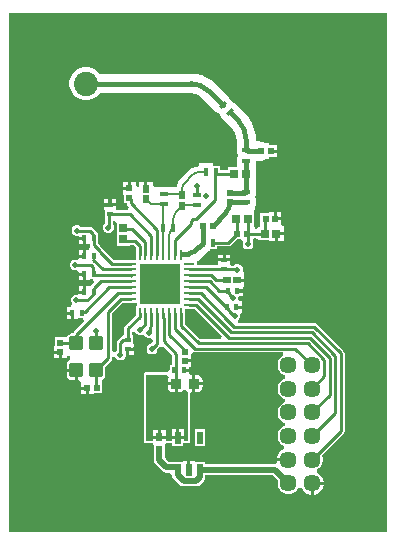
<source format=gbr>
%TF.GenerationSoftware,Altium Limited,Altium Designer,25.2.1 (25)*%
G04 Layer_Physical_Order=1*
G04 Layer_Color=255*
%FSLAX45Y45*%
%MOMM*%
%TF.SameCoordinates,8F26995F-0812-4D31-8AB3-3E4BC66F6DA6*%
%TF.FilePolarity,Positive*%
%TF.FileFunction,Copper,L1,Top,Signal*%
%TF.Part,Single*%
G01*
G75*
%TA.AperFunction,Conductor*%
%ADD10C,0.38225*%
%ADD11C,0.13138*%
%TA.AperFunction,SMDPad,CuDef*%
G04:AMPARAMS|DCode=12|XSize=0.35mm|YSize=0.65mm|CornerRadius=0mm|HoleSize=0mm|Usage=FLASHONLY|Rotation=135.000|XOffset=0mm|YOffset=0mm|HoleType=Round|Shape=Rectangle|*
%AMROTATEDRECTD12*
4,1,4,0.35356,0.10607,-0.10607,-0.35356,-0.35356,-0.10607,0.10607,0.35356,0.35356,0.10607,0.0*
%
%ADD12ROTATEDRECTD12*%

%ADD13C,2.05000*%
%ADD14C,1.50000*%
%ADD15R,0.76000X0.72000*%
%ADD16R,0.56000X0.52000*%
%ADD17R,0.60000X0.55000*%
%ADD18R,0.35000X0.65000*%
G04:AMPARAMS|DCode=19|XSize=0.93mm|YSize=0.93mm|CornerRadius=0.2325mm|HoleSize=0mm|Usage=FLASHONLY|Rotation=0.000|XOffset=0mm|YOffset=0mm|HoleType=Round|Shape=RoundedRectangle|*
%AMROUNDEDRECTD19*
21,1,0.93000,0.46500,0,0,0.0*
21,1,0.46500,0.93000,0,0,0.0*
1,1,0.46500,0.23250,-0.23250*
1,1,0.46500,-0.23250,-0.23250*
1,1,0.46500,-0.23250,0.23250*
1,1,0.46500,0.23250,0.23250*
%
%ADD19ROUNDEDRECTD19*%
%ADD20R,0.50800X0.97790*%
%ADD21R,0.55880X0.71120*%
%ADD22R,0.62000X0.66000*%
%ADD23R,0.65000X0.35000*%
%ADD24R,0.52000X0.56000*%
%ADD25R,0.40000X0.50000*%
G04:AMPARAMS|DCode=26|XSize=1.11mm|YSize=1.21mm|CornerRadius=0.13875mm|HoleSize=0mm|Usage=FLASHONLY|Rotation=0.000|XOffset=0mm|YOffset=0mm|HoleType=Round|Shape=RoundedRectangle|*
%AMROUNDEDRECTD26*
21,1,1.11000,0.93250,0,0,0.0*
21,1,0.83250,1.21000,0,0,0.0*
1,1,0.27750,0.41625,-0.46625*
1,1,0.27750,-0.41625,-0.46625*
1,1,0.27750,-0.41625,0.46625*
1,1,0.27750,0.41625,0.46625*
%
%ADD26ROUNDEDRECTD26*%
%ADD27R,0.65000X0.60000*%
%ADD28R,3.45000X3.45000*%
%ADD29R,0.84988X0.27991*%
%ADD30R,0.27991X0.84988*%
%ADD31R,0.72000X0.76000*%
%ADD32R,0.47247X0.51535*%
%ADD33R,0.50000X0.40000*%
%TA.AperFunction,Conductor*%
%ADD34C,0.25400*%
%ADD35C,0.51308*%
%TA.AperFunction,ComponentPad*%
%ADD36C,4.00000*%
%ADD37C,1.44780*%
%ADD38C,0.50800*%
%TA.AperFunction,ViaPad*%
%ADD39C,0.50800*%
G36*
X1930400Y-2108200D02*
X-1270000D01*
Y2286000D01*
X1930400D01*
Y-2108200D01*
D02*
G37*
%LPC*%
G36*
X-603089Y1828999D02*
X-640109D01*
X-675869Y1819417D01*
X-707929Y1800907D01*
X-734107Y1774729D01*
X-752617Y1742669D01*
X-762199Y1706909D01*
Y1669889D01*
X-752617Y1634129D01*
X-734107Y1602068D01*
X-707929Y1575891D01*
X-675869Y1557381D01*
X-640109Y1547799D01*
X-603089D01*
X-567329Y1557381D01*
X-535268Y1575891D01*
X-509091Y1602068D01*
X-507356Y1605073D01*
X265311D01*
X267436Y1605353D01*
X299090Y1601186D01*
X330568Y1588148D01*
X338148Y1582331D01*
X357203Y1567010D01*
X375163Y1549050D01*
X474856Y1449358D01*
X492113Y1436116D01*
X512210Y1427792D01*
X514876Y1427441D01*
X514950Y1427367D01*
X523040Y1407835D01*
X536282Y1390578D01*
X603397Y1323462D01*
X604269Y1322794D01*
X624732Y1297859D01*
X640529Y1268306D01*
X650256Y1236239D01*
X653427Y1204046D01*
X653275Y1202890D01*
Y1121999D01*
X656114Y1100433D01*
X664438Y1080337D01*
X665080Y1079500D01*
X664438Y1078663D01*
X656114Y1058567D01*
X653275Y1037001D01*
Y983100D01*
X577000D01*
Y960441D01*
X516198D01*
Y992300D01*
X451840D01*
Y1012940D01*
X335560D01*
Y987485D01*
X305758Y983562D01*
X273178Y970067D01*
X245201Y948599D01*
X245364Y948436D01*
X181864Y884936D01*
X181701Y885099D01*
X160233Y857122D01*
X146738Y824542D01*
X145632Y816138D01*
X118860D01*
Y816138D01*
X111240Y811839D01*
X-35040D01*
Y811839D01*
X-57900Y817971D01*
Y857601D01*
X-101600D01*
Y799201D01*
X-127000D01*
Y857601D01*
X-170700D01*
Y805873D01*
X-177200Y803378D01*
X-202600Y820834D01*
Y855298D01*
X-241300D01*
Y801898D01*
X-254000D01*
Y789198D01*
X-305400D01*
Y748498D01*
X-300000D01*
Y675900D01*
X-277770D01*
X-275313Y663552D01*
X-268086Y652735D01*
X-255451Y640101D01*
X-265973Y614701D01*
X-344211D01*
X-368700Y616900D01*
Y649600D01*
X-419100D01*
X-469500D01*
Y616900D01*
X-464100D01*
Y542300D01*
X-460279D01*
Y505626D01*
X-470288Y495617D01*
X-477200Y478931D01*
Y460869D01*
X-470288Y444183D01*
X-457517Y431412D01*
X-440831Y424500D01*
X-422769D01*
X-406083Y431412D01*
X-393312Y444183D01*
X-386400Y460869D01*
Y478931D01*
X-393312Y495617D01*
X-393598Y495903D01*
Y520915D01*
X-385238Y524732D01*
X-360800Y507968D01*
Y410102D01*
Y312098D01*
X-248800D01*
Y322259D01*
X-222888D01*
X-219258Y318630D01*
X-202794Y300050D01*
Y199095D01*
X-303794D01*
Y198441D01*
X-388790D01*
X-479725Y289375D01*
X-480625Y290722D01*
X-505305Y315403D01*
X-516900Y336000D01*
Y426000D01*
X-527265D01*
X-527997Y429680D01*
X-535225Y440496D01*
X-562804Y468075D01*
X-573620Y475303D01*
X-586379Y477841D01*
X-667635D01*
X-672783Y482988D01*
X-689469Y489900D01*
X-707531D01*
X-724217Y482988D01*
X-736988Y470217D01*
X-743900Y453531D01*
Y435469D01*
X-736988Y418783D01*
X-724217Y406012D01*
X-707531Y399100D01*
X-689470D01*
X-682300Y394309D01*
Y393700D01*
X-636900D01*
Y381000D01*
X-624200D01*
Y330600D01*
X-591500D01*
X-590241Y319407D01*
X-590241Y319400D01*
X-587703Y306641D01*
X-584179Y301368D01*
X-595890Y281753D01*
X-598906Y279000D01*
X-624200D01*
Y228600D01*
X-636900D01*
Y215900D01*
X-683499D01*
X-702170Y197800D01*
X-720231D01*
X-736917Y190888D01*
X-749688Y178117D01*
X-756600Y161431D01*
Y143369D01*
X-749688Y126683D01*
X-736917Y113912D01*
X-720231Y107000D01*
X-702170D01*
X-683499Y88900D01*
X-636900D01*
Y76200D01*
X-624200D01*
Y25800D01*
X-591500D01*
Y31200D01*
X-562136D01*
X-552416Y7734D01*
X-571914Y-11764D01*
X-591500Y-25800D01*
X-624200D01*
Y-76200D01*
X-636900D01*
Y-88900D01*
X-682300D01*
Y-93735D01*
X-694550Y-101920D01*
X-712611D01*
X-729297Y-108832D01*
X-742068Y-121603D01*
X-748980Y-138289D01*
Y-156351D01*
X-742068Y-173037D01*
X-736905Y-178200D01*
X-747426Y-203600D01*
X-783900D01*
Y-241300D01*
X-738500D01*
Y-254000D01*
X-725800D01*
Y-304400D01*
X-693100D01*
Y-299000D01*
X-649478D01*
X-638957Y-324400D01*
X-726977Y-412421D01*
X-734205Y-423237D01*
X-734921Y-426836D01*
X-745027D01*
X-758245Y-429465D01*
X-769450Y-436952D01*
X-773247Y-442636D01*
X-792200Y-458202D01*
X-884200D01*
Y-530800D01*
X-889600D01*
Y-571500D01*
X-838200D01*
Y-584200D01*
X-825500D01*
Y-637600D01*
X-786800D01*
Y-619719D01*
X-761400Y-606913D01*
X-756992Y-610173D01*
Y-647700D01*
X-755842Y-653484D01*
X-760352Y-654381D01*
X-773343Y-663061D01*
X-782023Y-676053D01*
X-785072Y-691377D01*
Y-725302D01*
X-703402D01*
Y-738002D01*
X-690702D01*
Y-824671D01*
X-683944D01*
X-663899Y-837600D01*
X-663899Y-838189D01*
Y-876300D01*
X-610499D01*
Y-889000D01*
X-597799D01*
Y-940400D01*
X-557099D01*
Y-935000D01*
X-484501D01*
Y-843000D01*
X-484501D01*
X-484307Y-817680D01*
X-478558Y-816537D01*
X-467352Y-809050D01*
X-459865Y-797844D01*
X-457236Y-784627D01*
Y-708989D01*
X-408225Y-659978D01*
X-400997Y-649161D01*
X-398459Y-636402D01*
Y-629817D01*
X-373059Y-624764D01*
X-368688Y-635317D01*
X-355917Y-648088D01*
X-339231Y-655000D01*
X-321169D01*
X-304483Y-648088D01*
X-291712Y-635317D01*
X-284800Y-618631D01*
Y-608000D01*
X-279400D01*
Y-562600D01*
X-266700D01*
Y-549900D01*
X-216300D01*
Y-517200D01*
X-221700D01*
Y-442600D01*
X-233359D01*
Y-413917D01*
X-207959Y-408864D01*
X-203588Y-419417D01*
X-190817Y-432188D01*
X-174131Y-439100D01*
X-156069D01*
X-139383Y-432188D01*
X-125488Y-444817D01*
X-112717Y-457588D01*
X-96031Y-464500D01*
X-77970D01*
X-58346Y-478314D01*
X-57463Y-491392D01*
X-72531Y-513400D01*
X-89217Y-520312D01*
X-101988Y-533083D01*
X-108900Y-549769D01*
Y-567831D01*
X-101988Y-584517D01*
X-89217Y-597288D01*
X-72531Y-604200D01*
X-54469D01*
X-37783Y-597288D01*
X-25012Y-584517D01*
X-18100Y-567831D01*
Y-560149D01*
X4774Y-537275D01*
X33635Y-537985D01*
X106359Y-610710D01*
Y-691600D01*
X85100D01*
Y-734460D01*
X84828Y-735014D01*
X81859Y-739766D01*
X75500Y-745978D01*
X64001Y-754308D01*
X-114300D01*
X-122104Y-755860D01*
X-128719Y-760281D01*
X-133140Y-766896D01*
X-134692Y-774700D01*
Y-1257300D01*
Y-1333500D01*
X-133140Y-1341304D01*
X-128719Y-1347919D01*
X-122104Y-1352340D01*
X-114300Y-1353892D01*
X-53340D01*
X-47940Y-1378716D01*
Y-1466530D01*
X-46548D01*
Y-1500256D01*
X-43005Y-1518069D01*
X-32915Y-1533171D01*
X24738Y-1590824D01*
X39840Y-1600914D01*
X57653Y-1604457D01*
X92284D01*
X106604Y-1625267D01*
X107498Y-1629762D01*
Y-1650045D01*
X114802D01*
X120237Y-1658179D01*
X120238Y-1658180D01*
X120239Y-1658181D01*
X170678Y-1708615D01*
X177612Y-1713248D01*
X185778Y-1718704D01*
X185779Y-1718704D01*
X185780Y-1718705D01*
X193624Y-1720265D01*
X203591Y-1722247D01*
X312847D01*
X330660Y-1718704D01*
X345761Y-1708614D01*
X375815Y-1678560D01*
X385905Y-1663459D01*
X389448Y-1645646D01*
Y-1627698D01*
X958670D01*
X1002852Y-1671881D01*
X999810Y-1683236D01*
Y-1707562D01*
X1006106Y-1731061D01*
X1018269Y-1752128D01*
X1035471Y-1769330D01*
X1056539Y-1781493D01*
X1080037Y-1787789D01*
X1104363D01*
X1127861Y-1781493D01*
X1148929Y-1769330D01*
X1166131Y-1752128D01*
X1175511Y-1735881D01*
X1191909Y-1734126D01*
X1203094Y-1736644D01*
X1213948Y-1755444D01*
X1232155Y-1773651D01*
X1254454Y-1786525D01*
X1279325Y-1793189D01*
X1279500D01*
Y-1695399D01*
X1292200D01*
Y-1682699D01*
X1389990D01*
Y-1682525D01*
X1383325Y-1657654D01*
X1370451Y-1635355D01*
X1352244Y-1617148D01*
X1333444Y-1606293D01*
X1330926Y-1595109D01*
X1332681Y-1578710D01*
X1348928Y-1569330D01*
X1366130Y-1552128D01*
X1378293Y-1531061D01*
X1384590Y-1507563D01*
Y-1483236D01*
X1378293Y-1459738D01*
X1377092Y-1457657D01*
X1557065Y-1277685D01*
X1564292Y-1266869D01*
X1566830Y-1254110D01*
Y-595457D01*
X1564292Y-582698D01*
X1557065Y-571882D01*
X1334617Y-349434D01*
X1323800Y-342207D01*
X1311041Y-339669D01*
X667620D01*
X662568Y-314269D01*
X662708Y-314210D01*
X675480Y-301439D01*
X682391Y-284753D01*
Y-266692D01*
X691139Y-253600D01*
X695000D01*
Y-215900D01*
X649600D01*
Y-190500D01*
X695000D01*
Y-152800D01*
X675963D01*
X666486Y-138616D01*
Y-120555D01*
X670933Y-113900D01*
X705800D01*
Y-76200D01*
X660400D01*
Y-50800D01*
X705800D01*
Y-30000D01*
X718300D01*
Y12700D01*
X660400D01*
Y38100D01*
X718300D01*
Y80800D01*
X718300D01*
X705800Y105270D01*
Y123331D01*
X698888Y140017D01*
X686117Y152788D01*
X669431Y159700D01*
X651369D01*
X634683Y152788D01*
X629855Y147961D01*
X623786D01*
X599040Y149540D01*
Y182240D01*
X548640D01*
X498240D01*
Y149723D01*
X316194D01*
Y182376D01*
X327376Y188353D01*
X351252Y207947D01*
X351220Y207980D01*
X415540Y272300D01*
X423900D01*
Y280660D01*
X427219Y283979D01*
X427220Y283980D01*
X432146Y290400D01*
X490798D01*
Y309559D01*
X580598D01*
X593356Y312097D01*
X593356Y312097D01*
X593357Y312097D01*
X604173Y319324D01*
X656453Y371600D01*
X691908D01*
X694409Y369525D01*
X706787Y346200D01*
X703900Y339231D01*
Y321169D01*
X710812Y304483D01*
X723583Y291712D01*
X740269Y284800D01*
X758331D01*
X775017Y291712D01*
X787788Y304483D01*
X794700Y321169D01*
Y339231D01*
X791813Y346200D01*
X794301Y371600D01*
X807398Y381093D01*
X832798Y371795D01*
Y363100D01*
X925402D01*
Y357700D01*
X976102D01*
Y419100D01*
X988802D01*
Y431800D01*
X1052202D01*
Y480500D01*
X1051717D01*
X1032199Y494700D01*
Y533400D01*
X978799D01*
Y546100D01*
X966099D01*
Y597500D01*
X925399D01*
Y592100D01*
X852801D01*
Y500100D01*
X852801D01*
X851835Y475100D01*
X832798D01*
Y468686D01*
X807398Y461132D01*
X804778Y465147D01*
X803698Y490100D01*
X803698D01*
Y602100D01*
X803698D01*
X802812Y604826D01*
X807200Y630200D01*
X807200Y630200D01*
Y642102D01*
X808762Y644137D01*
X817086Y664234D01*
X819925Y685800D01*
X817086Y707366D01*
X808762Y727463D01*
X808120Y728299D01*
X808762Y729136D01*
X817086Y749232D01*
X819925Y770799D01*
Y876300D01*
Y1034275D01*
X840740D01*
X862306Y1037114D01*
X882403Y1045438D01*
X892910Y1053500D01*
X928801D01*
Y1066200D01*
X994099D01*
Y1104900D01*
X940699D01*
Y1130300D01*
X994099D01*
Y1169000D01*
X928801D01*
Y1181700D01*
X892910D01*
X882403Y1189762D01*
X862306Y1198086D01*
X844628Y1200414D01*
X840740Y1200926D01*
X840582Y1200941D01*
X820253Y1202890D01*
X816096Y1255710D01*
X803727Y1307230D01*
X783451Y1356181D01*
X755767Y1401357D01*
X721495Y1441486D01*
X721307Y1441298D01*
X721237Y1441303D01*
X721234Y1441305D01*
X654122Y1508418D01*
X636865Y1521660D01*
X616768Y1529984D01*
X614056Y1530341D01*
X605938Y1549942D01*
X592696Y1567199D01*
X493003Y1666890D01*
X475185Y1684994D01*
X475184Y1684994D01*
X439770Y1715241D01*
X400058Y1739576D01*
X357029Y1757400D01*
X311742Y1768272D01*
X265311Y1771926D01*
Y1771724D01*
X-507356D01*
X-509091Y1774729D01*
X-535268Y1800907D01*
X-567329Y1819417D01*
X-603089Y1828999D01*
D02*
G37*
G36*
X-266700Y855298D02*
X-305400D01*
Y814598D01*
X-266700D01*
Y855298D01*
D02*
G37*
G36*
X-368700Y707700D02*
X-406400D01*
Y675000D01*
X-368700D01*
Y707700D01*
D02*
G37*
G36*
X-431800D02*
X-469500D01*
Y675000D01*
X-431800D01*
Y707700D01*
D02*
G37*
G36*
X1032199Y597500D02*
X991499D01*
Y558800D01*
X1032199D01*
Y597500D01*
D02*
G37*
G36*
X1052202Y406400D02*
X1001502D01*
Y357700D01*
X1052202D01*
Y406400D01*
D02*
G37*
G36*
X-649600Y368300D02*
X-682300D01*
Y330600D01*
X-649600D01*
Y368300D01*
D02*
G37*
G36*
Y279000D02*
X-682300D01*
Y241300D01*
X-649600D01*
Y279000D01*
D02*
G37*
G36*
X599040Y240340D02*
X561340D01*
Y207640D01*
X599040D01*
Y240340D01*
D02*
G37*
G36*
X535940D02*
X498240D01*
Y207640D01*
X535940D01*
Y240340D01*
D02*
G37*
G36*
X-649600Y63500D02*
X-682300D01*
Y25800D01*
X-649600D01*
Y63500D01*
D02*
G37*
G36*
Y-25800D02*
X-682300D01*
Y-63500D01*
X-649600D01*
Y-25800D01*
D02*
G37*
G36*
X-751200Y-266700D02*
X-783900D01*
Y-304400D01*
X-751200D01*
Y-266700D01*
D02*
G37*
G36*
X-216300Y-575300D02*
X-254000D01*
Y-608000D01*
X-216300D01*
Y-575300D01*
D02*
G37*
G36*
X-850900Y-596900D02*
X-889600D01*
Y-637600D01*
X-850900D01*
Y-596900D01*
D02*
G37*
G36*
X-716102Y-750702D02*
X-785072D01*
Y-784627D01*
X-782023Y-799951D01*
X-773343Y-812943D01*
X-760352Y-821623D01*
X-745027Y-824671D01*
X-716102D01*
Y-750702D01*
D02*
G37*
G36*
X-623199Y-901700D02*
X-663899D01*
Y-940400D01*
X-623199D01*
Y-901700D01*
D02*
G37*
G36*
X1389990Y-1708099D02*
X1304900D01*
Y-1793189D01*
X1305074D01*
X1329945Y-1786525D01*
X1352244Y-1773651D01*
X1370451Y-1755444D01*
X1383325Y-1733145D01*
X1389990Y-1708273D01*
Y-1708099D01*
D02*
G37*
%LPD*%
G36*
X532251Y-452402D02*
X522531Y-475868D01*
X345219D01*
X215834Y-346484D01*
Y-258740D01*
X215194Y-255519D01*
Y-218984D01*
X298833D01*
X532251Y-452402D01*
D02*
G37*
G36*
X-190500Y-194950D02*
X-202794D01*
Y-272788D01*
X-290275Y-360270D01*
X-297503Y-371086D01*
X-300041Y-383845D01*
Y-442600D01*
X-311700D01*
Y-450632D01*
X-317559Y-451797D01*
X-328376Y-459025D01*
X-353775Y-484425D01*
X-361003Y-495241D01*
X-363541Y-508000D01*
Y-572573D01*
X-373059Y-582136D01*
X-398459Y-571649D01*
Y-255110D01*
X-312961Y-169612D01*
X-242595D01*
X-239375Y-168971D01*
X-190500D01*
Y-194950D01*
D02*
G37*
G36*
X76857Y-796222D02*
X73020Y-808668D01*
X69245Y-827650D01*
Y-838200D01*
X142098D01*
Y-850900D01*
X154798D01*
Y-923753D01*
X165348D01*
X184330Y-919977D01*
X200422Y-909224D01*
X228395Y-908966D01*
X241300Y-921086D01*
Y-1333500D01*
X203698D01*
Y-1320800D01*
X152898D01*
X102098D01*
Y-1333500D01*
X53340D01*
Y-1319530D01*
X0D01*
X-53340D01*
Y-1333500D01*
X-114300D01*
Y-1257300D01*
Y-774700D01*
X64002D01*
X76857Y-796222D01*
D02*
G37*
G36*
X300609Y-587950D02*
X1042731D01*
X1049537Y-613350D01*
X1035471Y-621471D01*
X1018269Y-638672D01*
X1006106Y-659740D01*
X999810Y-683238D01*
Y-707564D01*
X1006106Y-731063D01*
X1018269Y-752130D01*
X1035471Y-769332D01*
X1056539Y-781495D01*
X1059367Y-782253D01*
Y-808549D01*
X1056539Y-809307D01*
X1035471Y-821470D01*
X1018269Y-838672D01*
X1006106Y-859739D01*
X999810Y-883238D01*
Y-907564D01*
X1006106Y-931062D01*
X1018269Y-952130D01*
X1035471Y-969331D01*
X1056539Y-981495D01*
X1059367Y-982253D01*
Y-1008549D01*
X1056539Y-1009307D01*
X1035471Y-1021470D01*
X1018269Y-1038672D01*
X1006106Y-1059739D01*
X999810Y-1083237D01*
Y-1107564D01*
X1006106Y-1131062D01*
X1018269Y-1152129D01*
X1035471Y-1169331D01*
X1056539Y-1181494D01*
X1059367Y-1182252D01*
Y-1208548D01*
X1056539Y-1209306D01*
X1035471Y-1221469D01*
X1018269Y-1238671D01*
X1006106Y-1259739D01*
X999810Y-1283237D01*
Y-1307563D01*
X1006106Y-1331061D01*
X1018269Y-1352129D01*
X1035471Y-1369331D01*
X1051718Y-1378711D01*
X1053473Y-1395109D01*
X1050955Y-1406294D01*
X1032156Y-1417148D01*
X1013948Y-1435355D01*
X1001074Y-1457654D01*
X994410Y-1482525D01*
Y-1482700D01*
X1092200D01*
Y-1508100D01*
X994410D01*
Y-1508274D01*
X995458Y-1512186D01*
X980146Y-1531791D01*
X975168Y-1534602D01*
X388300D01*
Y-1512255D01*
X298699D01*
Y-1506855D01*
X260599D01*
Y-1581150D01*
X235199D01*
Y-1506855D01*
X197099D01*
Y-1512255D01*
X157140D01*
X152644Y-1511361D01*
X76934D01*
X54702Y-1489129D01*
X47940Y-1466530D01*
X47940Y-1466530D01*
X47940D01*
X47940Y-1466529D01*
Y-1378716D01*
X53340Y-1353892D01*
X102098D01*
X107498Y-1358324D01*
Y-1376995D01*
X198298D01*
Y-1358324D01*
X203698Y-1353892D01*
X241300D01*
X249104Y-1352340D01*
X255719Y-1347919D01*
X260140Y-1341304D01*
X261692Y-1333500D01*
Y-929628D01*
X268850Y-923753D01*
X279400D01*
Y-850900D01*
Y-778047D01*
X268850D01*
X250500Y-762987D01*
Y-749300D01*
X205100D01*
Y-723900D01*
X250500D01*
Y-711323D01*
X264924D01*
Y-672856D01*
X215900D01*
Y-647456D01*
X264924D01*
Y-608989D01*
X268563Y-601210D01*
X287850Y-585412D01*
X300609Y-587950D01*
D02*
G37*
%LPC*%
G36*
X129398Y-863600D02*
X69245D01*
Y-874150D01*
X73020Y-893132D01*
X83773Y-909224D01*
X99866Y-919977D01*
X118848Y-923753D01*
X129398D01*
Y-863600D01*
D02*
G37*
G36*
X53340Y-1245870D02*
X12700D01*
Y-1294130D01*
X53340D01*
Y-1245870D01*
D02*
G37*
G36*
X-12700D02*
X-53340D01*
Y-1294130D01*
X-12700D01*
Y-1245870D01*
D02*
G37*
G36*
X203698Y-1233805D02*
X165598D01*
Y-1295400D01*
X203698D01*
Y-1233805D01*
D02*
G37*
G36*
X140198D02*
X102098D01*
Y-1295400D01*
X140198D01*
Y-1233805D01*
D02*
G37*
G36*
X315350Y-778047D02*
X304800D01*
Y-838200D01*
X364953D01*
Y-827650D01*
X361177Y-808668D01*
X350424Y-792576D01*
X334332Y-781823D01*
X315350Y-778047D01*
D02*
G37*
G36*
X364953Y-863600D02*
X304800D01*
Y-923753D01*
X315350D01*
X334332Y-919977D01*
X350424Y-909224D01*
X361177Y-893132D01*
X364953Y-874150D01*
Y-863600D01*
D02*
G37*
G36*
X388300Y-1239205D02*
X297500D01*
Y-1376995D01*
X388300D01*
Y-1239205D01*
D02*
G37*
%LPD*%
D10*
X736600Y1202890D02*
G03*
X662317Y1382383I-254000J0D01*
G01*
X416122Y1625931D02*
G03*
X265311Y1688399I-150811J-150811D01*
G01*
X557232Y590034D02*
G03*
X596900Y685800I-95766J95766D01*
G01*
X371800Y482600D02*
G03*
X368300Y474150I8450J-8450D01*
G01*
X239842Y245171D02*
G03*
X292300Y266900I0J74186D01*
G01*
X595202Y1449498D02*
X662317Y1382382D01*
X416122Y1625931D02*
X533776Y1508278D01*
X265311Y1688399D02*
X265311D01*
X-621599D02*
X265311D01*
X736600Y1121999D02*
Y1202890D01*
X449798Y482600D02*
X557232Y590034D01*
X368300Y342900D02*
Y474150D01*
X292300Y266900D02*
X368300Y342900D01*
X736600Y876300D02*
Y1037001D01*
Y770799D02*
Y876300D01*
X596900Y763798D02*
Y763915D01*
X203200Y245171D02*
X239842D01*
X752775Y1117600D02*
X840740D01*
X748375Y1121999D02*
X752775Y1117600D01*
X736600Y1121999D02*
X748375D01*
X596900Y685800D02*
X736600D01*
X724825Y770799D02*
X736600D01*
X596900Y763798D02*
X717824D01*
X724825Y770799D01*
D11*
X340721Y939800D02*
G03*
X279400Y914400I0J-86721D01*
G01*
X215900Y850900D02*
G03*
X190500Y789579I61321J-61321D01*
G01*
X106652Y457852D02*
G03*
X81199Y396403I61449J-61449D01*
G01*
X139700Y603702D02*
G03*
X118700Y553004I50698J-50698D01*
G01*
X38100Y668701D02*
G03*
X33701Y658082I10619J-10619D01*
G01*
Y469900D02*
G03*
X31201Y463864I6036J-6036D01*
G01*
X340721Y939800D02*
X393700D01*
X215900Y850900D02*
X279400Y914400D01*
X190500Y742498D02*
Y789579D01*
X106652Y457852D02*
X118700Y469900D01*
Y553004D01*
X33701Y469900D02*
Y658082D01*
X31201Y237556D02*
Y463864D01*
X139700Y603702D02*
X190500Y654502D01*
X382769Y939963D02*
X393700Y939800D01*
X38100Y753699D02*
X190500D01*
X-114300Y711200D02*
X-89870Y686770D01*
X-73802Y668701D02*
X38100D01*
X-89870Y684769D02*
Y686770D01*
Y684769D02*
X-73802Y668701D01*
X190500Y654502D02*
X197729Y661731D01*
X314960D01*
X81199Y237556D02*
Y396403D01*
D12*
X533829Y1508331D02*
D03*
X593932Y1448228D02*
D03*
D13*
X-621599Y1688399D02*
D03*
D14*
X-355600Y1422400D02*
D03*
Y1954398D02*
D03*
D15*
X745698Y546100D02*
D03*
X647700D02*
D03*
X890798Y419100D02*
D03*
X988802D02*
D03*
X635000Y927100D02*
D03*
X732998D02*
D03*
D16*
X900801Y546100D02*
D03*
X978799D02*
D03*
X371800Y482600D02*
D03*
X449798D02*
D03*
X862701Y1117600D02*
D03*
X940699D02*
D03*
X-532501Y-889000D02*
D03*
X-610499D02*
D03*
D17*
X659298Y419100D02*
D03*
X744301D02*
D03*
D18*
X368300Y342900D02*
D03*
X453299D02*
D03*
X393700Y939800D02*
D03*
X478699D02*
D03*
X118700Y469900D02*
D03*
X33701D02*
D03*
D19*
X292100Y-850900D02*
D03*
X142098D02*
D03*
D20*
X152898Y-1308100D02*
D03*
X342900D02*
D03*
Y-1581150D02*
D03*
X247899D02*
D03*
X152898D02*
D03*
D21*
X0Y-1306830D02*
D03*
Y-1410970D02*
D03*
D22*
X-114300Y799201D02*
D03*
Y711200D02*
D03*
X190500Y742498D02*
D03*
Y654502D02*
D03*
D23*
X736600Y1037001D02*
D03*
Y1121999D02*
D03*
X317500Y663621D02*
D03*
Y748619D02*
D03*
X38100Y668701D02*
D03*
Y753699D02*
D03*
X736600Y685800D02*
D03*
Y770799D02*
D03*
D24*
X596900Y763798D02*
D03*
Y685800D02*
D03*
X-254000Y723900D02*
D03*
Y801898D02*
D03*
X-838200Y-584200D02*
D03*
Y-506202D02*
D03*
D25*
X-636900Y381000D02*
D03*
X-556900D02*
D03*
X-738500Y-254000D02*
D03*
X-658500D02*
D03*
X125100Y-736600D02*
D03*
X205100D02*
D03*
X569600Y-203200D02*
D03*
X649600D02*
D03*
X-556900Y228600D02*
D03*
X-636900D02*
D03*
X-556900Y-76200D02*
D03*
X-636900D02*
D03*
X-556900Y76200D02*
D03*
X-636900D02*
D03*
X660400Y-63500D02*
D03*
X580400D02*
D03*
D26*
X-703402Y-738002D02*
D03*
Y-508000D02*
D03*
X-533400D02*
D03*
Y-738002D02*
D03*
D27*
X660400Y25400D02*
D03*
X575401D02*
D03*
D28*
X6198Y-9942D02*
D03*
D29*
X-241300Y-184988D02*
D03*
Y-134976D02*
D03*
Y-84963D02*
D03*
Y-34950D02*
D03*
Y15062D02*
D03*
Y65075D02*
D03*
Y115087D02*
D03*
Y165100D02*
D03*
X253700D02*
D03*
Y115087D02*
D03*
Y65075D02*
D03*
Y15062D02*
D03*
Y-34950D02*
D03*
Y-84963D02*
D03*
Y-134976D02*
D03*
Y-184988D02*
D03*
D30*
X-168798Y237556D02*
D03*
X-118801D02*
D03*
X-68798D02*
D03*
X-18801D02*
D03*
X31201D02*
D03*
X81199D02*
D03*
X131201D02*
D03*
X181199D02*
D03*
Y-257444D02*
D03*
X131201D02*
D03*
X81199D02*
D03*
X31201D02*
D03*
X-18801D02*
D03*
X-68798D02*
D03*
X-118801D02*
D03*
X-168798D02*
D03*
D31*
X-304800Y468102D02*
D03*
Y370098D02*
D03*
D32*
X215900Y-660156D02*
D03*
Y-584444D02*
D03*
D33*
X-266700Y-562600D02*
D03*
Y-482600D02*
D03*
X-419100Y582300D02*
D03*
Y662300D02*
D03*
X548640Y114940D02*
D03*
Y194940D02*
D03*
D34*
X453299Y342900D02*
X580598D01*
X311014Y541300D02*
X474299Y704585D01*
Y927100D01*
X268601Y502555D02*
Y522144D01*
X170744Y404698D02*
X268601Y502555D01*
Y522144D02*
X287756Y541300D01*
X311014D01*
X744301Y419100D02*
X746801Y416601D01*
X745698Y546100D02*
X747502Y544302D01*
X647700Y546100D02*
X653501Y540299D01*
X747502Y420898D02*
Y544302D01*
X653501Y415798D02*
Y540299D01*
X746801Y332699D02*
X749300Y330200D01*
X746801Y332699D02*
Y416601D01*
X749300Y419100D02*
X890798D01*
X895802Y424099D01*
Y541101D01*
X900801Y546100D01*
X580598Y342900D02*
X653501Y415798D01*
X131201Y365156D02*
X170744Y404698D01*
X131201Y237556D02*
Y365156D01*
X170744Y404698D02*
X170744D01*
X-563651Y-87950D02*
X-550149D01*
X-564200Y79675D02*
X-549600Y65075D01*
X-425039Y581360D02*
X-253060D01*
X139700Y-848502D02*
Y-596900D01*
X552562Y-196962D02*
X569600D01*
X548320Y114620D02*
X660080D01*
X474299Y927100D02*
X641436D01*
X-838200Y-508000D02*
X-703402D01*
X-243891Y-84963D02*
X-242595Y-86258D01*
X-533400Y-889899D02*
Y-738002D01*
X82494Y-438094D02*
X222372Y-577972D01*
X-558800Y223601D02*
Y228600D01*
X131201Y-385201D02*
X177800Y-431800D01*
X300609Y-554609D01*
X347558Y-86258D02*
X584200Y-322900D01*
X634309Y-373009D01*
X314960Y753420D02*
Y822960D01*
X182494Y-360294D02*
X331409Y-509209D01*
X182494Y-360294D02*
Y-258740D01*
X331409Y-509209D02*
X1254628D01*
X131201Y-385201D02*
Y-257444D01*
X300609Y-554609D02*
X1151407D01*
X181199Y-257444D02*
X182494Y-258740D01*
X609615Y-418409D02*
X1292240D01*
X254340Y-185628D02*
X312628D01*
X327477Y-136271D02*
X609615Y-418409D01*
X254996Y-136271D02*
X327477D01*
X312628Y-185628D02*
X590809Y-463809D01*
X253700Y-184988D02*
X254340Y-185628D01*
X590809Y-463809D02*
X1273434D01*
X1488089Y-1099510D02*
Y-614258D01*
X1311041Y-373009D02*
X1533489Y-595457D01*
Y-1254110D02*
Y-595457D01*
X1292200Y-1495400D02*
X1533489Y-1254110D01*
X1292200Y-1295400D02*
X1488089Y-1099510D01*
X634309Y-373009D02*
X1311041D01*
X1292240Y-418409D02*
X1488089Y-614258D01*
X1254628Y-509209D02*
X1397290Y-651871D01*
X1273434Y-463809D02*
X1442690Y-633065D01*
Y-944910D02*
Y-633065D01*
X1292200Y-1095400D02*
X1442690Y-944910D01*
X1397290Y-790311D02*
Y-651871D01*
X1292200Y-895401D02*
X1397290Y-790311D01*
X1151407Y-554609D02*
X1292200Y-695401D01*
X580400Y-68499D02*
X587700Y-75799D01*
Y-89327D02*
X621086Y-122712D01*
X587700Y-89327D02*
Y-75799D01*
X621086Y-129586D02*
Y-122712D01*
X580400Y-68499D02*
Y-63500D01*
X-271094Y-226121D02*
Y-186284D01*
X-292100Y-247127D02*
X-271094Y-226121D01*
X-292100Y-254000D02*
Y-247127D01*
X-271094Y-186284D02*
X-269799Y-184988D01*
X-241300D01*
X-426938Y579460D02*
X-425039Y581360D01*
X-426938Y474762D02*
Y579460D01*
X-431800Y469900D02*
X-426938Y474762D01*
X-420050Y661350D02*
X-419100Y662300D01*
X-507050Y661350D02*
X-420050D01*
X-508000Y660400D02*
X-507050Y661350D01*
X-419100Y662300D02*
Y736600D01*
X-253060Y581360D02*
X-68798Y397099D01*
X-87000Y-419100D02*
X-82139Y-414238D01*
Y-374945D01*
X630875Y-275722D02*
X636991D01*
X596900Y-241742D02*
Y-241300D01*
X254996Y-86258D02*
X347558D01*
X596900Y-241742D02*
X630875Y-275722D01*
X569600Y-203200D02*
X576900Y-210500D01*
Y-221300D02*
X596900Y-241300D01*
X576900Y-221300D02*
Y-210500D01*
X-68798Y-361605D02*
Y-257444D01*
X-82139Y-374945D02*
X-68798Y-361605D01*
X-18801Y-513700D02*
Y-257444D01*
X-63500Y-558800D02*
Y-558399D01*
X-18801Y-513700D01*
X-165100Y-393700D02*
X-118801Y-347401D01*
Y-257444D01*
X34503Y-491703D02*
X139700Y-596900D01*
X34503Y-491703D02*
Y-299278D01*
X82494Y-438094D02*
Y-258740D01*
X660400Y25400D02*
X749300D01*
X649600Y-203200D02*
X736600D01*
X390550Y-34950D02*
X552562Y-196962D01*
X253700Y-34950D02*
X390550D01*
X425638Y15062D02*
X504200Y-63500D01*
X660400D02*
X723900D01*
X253700Y-134976D02*
X254996Y-136271D01*
X253700Y-84963D02*
X254996Y-86258D01*
X649600Y-203200D02*
X649879Y-202921D01*
X504200Y-63500D02*
X580400D01*
X-326771Y-136271D02*
X-242595D01*
X-431800Y-241300D02*
X-326771Y-136271D01*
X-431800Y-636402D02*
Y-241300D01*
X-533400Y-738002D02*
X-431800Y-636402D01*
X-244511Y676311D02*
X-18801Y450601D01*
X-254000Y721898D02*
X-244511Y712409D01*
Y676311D02*
Y712409D01*
X-18801Y237556D02*
Y450601D01*
X-68798Y237556D02*
Y397099D01*
X-228600Y457200D02*
X-120096Y348696D01*
X-292100Y457200D02*
X-228600D01*
X-120096Y238851D02*
Y348696D01*
X-651200Y-241701D02*
X-631154D01*
X-424404Y-34950D01*
X-658500Y-254000D02*
Y-249001D01*
X-651200Y-241701D01*
X-424404Y-34950D02*
X-241300D01*
X-556900Y-76200D02*
Y-43901D01*
Y319400D02*
Y381000D01*
X-530774Y293273D02*
X-530327D01*
X-402600Y165100D02*
X-241300D01*
X-504200Y266700D02*
X-402600Y165100D01*
X-504200Y266700D02*
Y267147D01*
X-556900Y319400D02*
X-530774Y293273D01*
X-530327D02*
X-504200Y267147D01*
X-475686Y115087D02*
X-241300D01*
X-579079Y152400D02*
X-564200Y137521D01*
X-711200Y152400D02*
X-579079D01*
X-564200Y79675D02*
Y137521D01*
X-558800Y198201D02*
X-475686Y115087D01*
X-556900Y-43901D02*
X-497937Y15062D01*
X660080Y114620D02*
X660400Y114300D01*
X254996Y116383D02*
X541360D01*
X253700Y115087D02*
X254996Y116383D01*
X-564200Y-102001D02*
Y-88499D01*
X-609519Y-147320D02*
X-564200Y-102001D01*
Y-88499D02*
X-563651Y-87950D01*
X-703580Y-147320D02*
X-609519D01*
X32497Y-297266D02*
X34503Y-299278D01*
X32497Y-297266D02*
Y-258740D01*
X31201Y-257444D02*
X32497Y-258740D01*
X-533400Y-508000D02*
Y-406400D01*
X139700Y-848502D02*
X142098Y-850900D01*
X-292100Y355600D02*
X-209078D01*
X-168798Y315321D01*
Y237556D02*
Y315321D01*
X-698500Y444500D02*
X-586379D01*
X-330200Y-609600D02*
Y-508000D01*
X-304800Y-482600D01*
X-266700D01*
Y-383845D01*
X-168798Y-285943D01*
X-703402Y-508000D02*
Y-435996D01*
X-352369Y-84963D01*
X-243891D01*
X-497937Y15062D02*
X-241300D01*
X-549600Y65075D02*
X-241300D01*
X-586379Y444500D02*
X-558800Y416921D01*
Y382900D02*
Y416921D01*
Y382900D02*
X-556900Y381000D01*
X-242875Y63500D02*
X-241300Y65075D01*
X81199Y-257444D02*
X82494Y-258740D01*
X-120096Y238851D02*
X-118801Y237556D01*
X-168798Y-285943D02*
Y-257444D01*
X-242595Y-136271D02*
X-241300Y-134976D01*
X-242595Y-86258D02*
X-241300Y-84963D01*
X479506Y25400D02*
X575401D01*
X253700Y65075D02*
X439831D01*
X479506Y25400D01*
X253700Y15062D02*
X425638D01*
D35*
X0Y-1500256D02*
Y-1447800D01*
X57653Y-1557909D02*
X152644D01*
X152898Y-1581150D02*
X153152Y-1581404D01*
Y-1625265D02*
Y-1581404D01*
Y-1625265D02*
X203591Y-1675699D01*
X312847D01*
X342900Y-1645646D02*
Y-1581150D01*
X977951D01*
X1092200Y-1695399D01*
X142098Y-850900D02*
X153848Y-862645D01*
X312847Y-1675699D02*
X342900Y-1645646D01*
X0Y-1500256D02*
X57653Y-1557909D01*
X0Y-1306830D02*
X635Y-1307465D01*
D36*
X1016000Y1905000D02*
D03*
X-889000Y-1714500D02*
D03*
D37*
X1292200Y-1695399D02*
D03*
X1092200D02*
D03*
X1292200Y-1495400D02*
D03*
X1092200D02*
D03*
X1292200Y-1295400D02*
D03*
X1092200D02*
D03*
X1292200Y-1095400D02*
D03*
X1092200D02*
D03*
X1292200Y-895401D02*
D03*
X1092200D02*
D03*
X1292200Y-695401D02*
D03*
X1092200D02*
D03*
D38*
X-111912Y108168D02*
D03*
X-33172D02*
D03*
X45568D02*
D03*
X124308D02*
D03*
X-111912Y29428D02*
D03*
X-33172D02*
D03*
X45568D02*
D03*
X124308D02*
D03*
X-111912Y-49312D02*
D03*
X-33172D02*
D03*
X45568D02*
D03*
X124308D02*
D03*
X-111912Y-128052D02*
D03*
X-33172D02*
D03*
X45568D02*
D03*
X124308D02*
D03*
D39*
X1790700Y2133600D02*
D03*
Y2006600D02*
D03*
Y1879600D02*
D03*
Y1752600D02*
D03*
Y1625600D02*
D03*
Y1498600D02*
D03*
Y1371600D02*
D03*
Y1244600D02*
D03*
Y1117600D02*
D03*
Y990600D02*
D03*
Y863600D02*
D03*
Y736600D02*
D03*
Y609600D02*
D03*
Y482600D02*
D03*
Y355600D02*
D03*
Y228600D02*
D03*
Y101600D02*
D03*
Y-25400D02*
D03*
Y-152400D02*
D03*
Y-279400D02*
D03*
Y-406400D02*
D03*
Y-533400D02*
D03*
Y-660400D02*
D03*
Y-787400D02*
D03*
Y-914400D02*
D03*
Y-1041400D02*
D03*
Y-1168400D02*
D03*
Y-1295400D02*
D03*
Y-1422400D02*
D03*
Y-1549400D02*
D03*
Y-1676400D02*
D03*
Y-1803400D02*
D03*
Y-1930400D02*
D03*
X1663700Y2133600D02*
D03*
Y2006600D02*
D03*
Y1879600D02*
D03*
Y1752600D02*
D03*
Y1625600D02*
D03*
Y1498600D02*
D03*
Y1371600D02*
D03*
Y1244600D02*
D03*
Y1117600D02*
D03*
Y990600D02*
D03*
Y863600D02*
D03*
Y736600D02*
D03*
Y609600D02*
D03*
Y482600D02*
D03*
Y355600D02*
D03*
Y228600D02*
D03*
Y101600D02*
D03*
Y-25400D02*
D03*
Y-152400D02*
D03*
Y-279400D02*
D03*
Y-406400D02*
D03*
Y-533400D02*
D03*
Y-660400D02*
D03*
Y-787400D02*
D03*
Y-914400D02*
D03*
Y-1041400D02*
D03*
Y-1168400D02*
D03*
Y-1295400D02*
D03*
Y-1422400D02*
D03*
Y-1549400D02*
D03*
Y-1676400D02*
D03*
Y-1803400D02*
D03*
Y-1930400D02*
D03*
X1536700Y2133600D02*
D03*
Y2006600D02*
D03*
Y1879600D02*
D03*
Y1752600D02*
D03*
Y1625600D02*
D03*
Y1498600D02*
D03*
Y1371600D02*
D03*
Y1244600D02*
D03*
Y1117600D02*
D03*
Y990600D02*
D03*
Y863600D02*
D03*
Y736600D02*
D03*
Y609600D02*
D03*
Y482600D02*
D03*
Y355600D02*
D03*
Y228600D02*
D03*
Y101600D02*
D03*
Y-25400D02*
D03*
Y-152400D02*
D03*
Y-279400D02*
D03*
Y-406400D02*
D03*
Y-1422400D02*
D03*
Y-1549400D02*
D03*
Y-1676400D02*
D03*
Y-1803400D02*
D03*
Y-1930400D02*
D03*
X1409700Y2133600D02*
D03*
Y2006600D02*
D03*
Y1879600D02*
D03*
Y1752600D02*
D03*
Y1625600D02*
D03*
Y1498600D02*
D03*
Y1371600D02*
D03*
Y1244600D02*
D03*
Y1117600D02*
D03*
Y990600D02*
D03*
Y863600D02*
D03*
Y736600D02*
D03*
Y609600D02*
D03*
Y482600D02*
D03*
Y355600D02*
D03*
Y228600D02*
D03*
Y101600D02*
D03*
Y-25400D02*
D03*
Y-152400D02*
D03*
Y-279400D02*
D03*
Y-1930400D02*
D03*
X1282700Y2133600D02*
D03*
Y2006600D02*
D03*
Y1879600D02*
D03*
Y1752600D02*
D03*
Y1625600D02*
D03*
Y1498600D02*
D03*
Y1371600D02*
D03*
Y1244600D02*
D03*
Y1117600D02*
D03*
Y990600D02*
D03*
Y863600D02*
D03*
Y736600D02*
D03*
Y609600D02*
D03*
Y482600D02*
D03*
Y355600D02*
D03*
Y228600D02*
D03*
Y101600D02*
D03*
Y-25400D02*
D03*
Y-152400D02*
D03*
Y-1930400D02*
D03*
X1155700Y2133600D02*
D03*
Y1625600D02*
D03*
Y1498600D02*
D03*
Y1371600D02*
D03*
Y1244600D02*
D03*
Y1117600D02*
D03*
Y990600D02*
D03*
Y863600D02*
D03*
Y736600D02*
D03*
Y609600D02*
D03*
Y-1930400D02*
D03*
X1028700Y1625600D02*
D03*
Y1498600D02*
D03*
Y1371600D02*
D03*
Y1244600D02*
D03*
Y990600D02*
D03*
Y863600D02*
D03*
Y736600D02*
D03*
Y-1930400D02*
D03*
X901700Y2133600D02*
D03*
Y1625600D02*
D03*
Y1498600D02*
D03*
Y1371600D02*
D03*
Y863600D02*
D03*
Y736600D02*
D03*
Y-1422400D02*
D03*
Y-1803400D02*
D03*
Y-1930400D02*
D03*
X774700Y2133600D02*
D03*
Y2006600D02*
D03*
Y1879600D02*
D03*
Y1752600D02*
D03*
Y1625600D02*
D03*
Y1498600D02*
D03*
Y-1422400D02*
D03*
Y-1803400D02*
D03*
Y-1930400D02*
D03*
X647700Y2133600D02*
D03*
Y2006600D02*
D03*
Y1879600D02*
D03*
Y1752600D02*
D03*
Y1625600D02*
D03*
Y-1422400D02*
D03*
Y-1803400D02*
D03*
Y-1930400D02*
D03*
X520700Y2133600D02*
D03*
Y2006600D02*
D03*
Y1879600D02*
D03*
Y1752600D02*
D03*
Y1244600D02*
D03*
Y1117600D02*
D03*
Y-1422400D02*
D03*
Y-1803400D02*
D03*
Y-1930400D02*
D03*
X393700Y2133600D02*
D03*
Y2006600D02*
D03*
Y1879600D02*
D03*
Y1371600D02*
D03*
Y1244600D02*
D03*
Y1117600D02*
D03*
Y736600D02*
D03*
Y-1803400D02*
D03*
Y-1930400D02*
D03*
X266700Y2133600D02*
D03*
Y2006600D02*
D03*
Y1879600D02*
D03*
Y1498600D02*
D03*
Y1371600D02*
D03*
Y1244600D02*
D03*
Y1117600D02*
D03*
Y-1803400D02*
D03*
Y-1930400D02*
D03*
X139700Y2133600D02*
D03*
Y2006600D02*
D03*
Y1879600D02*
D03*
Y1498600D02*
D03*
Y1371600D02*
D03*
Y1244600D02*
D03*
Y1117600D02*
D03*
Y990600D02*
D03*
Y-1803400D02*
D03*
Y-1930400D02*
D03*
X12700Y2133600D02*
D03*
Y2006600D02*
D03*
Y1879600D02*
D03*
Y1498600D02*
D03*
Y1371600D02*
D03*
Y1244600D02*
D03*
Y1117600D02*
D03*
Y990600D02*
D03*
Y-1676400D02*
D03*
Y-1803400D02*
D03*
Y-1930400D02*
D03*
X-114300Y2133600D02*
D03*
Y2006600D02*
D03*
Y1879600D02*
D03*
Y1498600D02*
D03*
Y1371600D02*
D03*
Y1244600D02*
D03*
Y1117600D02*
D03*
Y990600D02*
D03*
Y-1422400D02*
D03*
Y-1549400D02*
D03*
Y-1676400D02*
D03*
Y-1803400D02*
D03*
Y-1930400D02*
D03*
X-241300Y2133600D02*
D03*
Y2006600D02*
D03*
Y1879600D02*
D03*
Y1498600D02*
D03*
Y1371600D02*
D03*
Y1244600D02*
D03*
Y1117600D02*
D03*
Y990600D02*
D03*
Y-1422400D02*
D03*
Y-1549400D02*
D03*
Y-1676400D02*
D03*
Y-1803400D02*
D03*
Y-1930400D02*
D03*
X-368300Y2133600D02*
D03*
Y1244600D02*
D03*
Y1117600D02*
D03*
Y990600D02*
D03*
Y-1422400D02*
D03*
Y-1549400D02*
D03*
Y-1676400D02*
D03*
Y-1803400D02*
D03*
Y-1930400D02*
D03*
X-495300Y2133600D02*
D03*
Y1244600D02*
D03*
Y1117600D02*
D03*
Y990600D02*
D03*
Y863600D02*
D03*
Y-1422400D02*
D03*
Y-1549400D02*
D03*
Y-1676400D02*
D03*
Y-1803400D02*
D03*
Y-1930400D02*
D03*
X-622300Y2133600D02*
D03*
Y1244600D02*
D03*
Y1117600D02*
D03*
Y990600D02*
D03*
Y863600D02*
D03*
Y736600D02*
D03*
Y609600D02*
D03*
Y-1422400D02*
D03*
Y-1549400D02*
D03*
Y-1676400D02*
D03*
Y-1803400D02*
D03*
Y-1930400D02*
D03*
X-749300Y2133600D02*
D03*
Y1244600D02*
D03*
Y1117600D02*
D03*
Y990600D02*
D03*
Y863600D02*
D03*
Y736600D02*
D03*
Y609600D02*
D03*
Y-1422400D02*
D03*
Y-1930400D02*
D03*
X-876300Y2133600D02*
D03*
Y1752600D02*
D03*
Y1625600D02*
D03*
Y1244600D02*
D03*
Y1117600D02*
D03*
Y990600D02*
D03*
Y863600D02*
D03*
Y736600D02*
D03*
Y609600D02*
D03*
Y-1422400D02*
D03*
X-1003300Y2133600D02*
D03*
Y2006600D02*
D03*
Y1879600D02*
D03*
Y1752600D02*
D03*
Y1625600D02*
D03*
Y1498600D02*
D03*
Y1371600D02*
D03*
Y1244600D02*
D03*
Y1117600D02*
D03*
Y990600D02*
D03*
Y863600D02*
D03*
Y736600D02*
D03*
Y609600D02*
D03*
Y482600D02*
D03*
Y355600D02*
D03*
Y228600D02*
D03*
Y101600D02*
D03*
Y-25400D02*
D03*
Y-152400D02*
D03*
Y-279400D02*
D03*
Y-406400D02*
D03*
Y-533400D02*
D03*
Y-660400D02*
D03*
Y-787400D02*
D03*
Y-914400D02*
D03*
Y-1041400D02*
D03*
Y-1168400D02*
D03*
Y-1295400D02*
D03*
Y-1422400D02*
D03*
Y-1930400D02*
D03*
X-1130300Y2133600D02*
D03*
Y2006600D02*
D03*
Y1879600D02*
D03*
Y1752600D02*
D03*
Y1625600D02*
D03*
Y1498600D02*
D03*
Y1371600D02*
D03*
Y1244600D02*
D03*
Y1117600D02*
D03*
Y990600D02*
D03*
Y863600D02*
D03*
Y736600D02*
D03*
Y609600D02*
D03*
Y482600D02*
D03*
Y355600D02*
D03*
Y228600D02*
D03*
Y101600D02*
D03*
Y-25400D02*
D03*
Y-152400D02*
D03*
Y-279400D02*
D03*
Y-406400D02*
D03*
Y-533400D02*
D03*
Y-660400D02*
D03*
Y-787400D02*
D03*
Y-914400D02*
D03*
Y-1041400D02*
D03*
Y-1168400D02*
D03*
Y-1295400D02*
D03*
Y-1422400D02*
D03*
Y-1549400D02*
D03*
Y-1676400D02*
D03*
Y-1803400D02*
D03*
Y-1930400D02*
D03*
X749300Y330200D02*
D03*
X990600Y317500D02*
D03*
X1079500Y546100D02*
D03*
X1092200Y419100D02*
D03*
X314960Y822960D02*
D03*
X621086Y-129586D02*
D03*
X-292100Y-254000D02*
D03*
X-431800Y469900D02*
D03*
X-203200Y-558800D02*
D03*
X-87000Y-419100D02*
D03*
X304800Y-743900D02*
D03*
X636991Y-275722D02*
D03*
X-63500Y-558800D02*
D03*
X-165100Y-393700D02*
D03*
X38100Y-1168400D02*
D03*
X-38100D02*
D03*
X736600Y-203200D02*
D03*
X749300Y-63500D02*
D03*
X317500Y-977900D02*
D03*
X-266700Y-660400D02*
D03*
X-609600Y-977900D02*
D03*
X-698500Y-876300D02*
D03*
X-838200Y-685800D02*
D03*
X-927100Y-584200D02*
D03*
X1028700Y1117600D02*
D03*
X-508000Y660400D02*
D03*
X-419100Y736600D02*
D03*
X254000Y-1447800D02*
D03*
X-114300Y889000D02*
D03*
X-254000D02*
D03*
X-736600Y-342900D02*
D03*
X-825500Y-254000D02*
D03*
X-736600Y-38100D02*
D03*
Y50800D02*
D03*
X-723900Y254000D02*
D03*
Y355600D02*
D03*
X457200Y203200D02*
D03*
X546100Y266700D02*
D03*
X749300Y25400D02*
D03*
X-711200Y152400D02*
D03*
X-533400Y-406400D02*
D03*
X660400Y114300D02*
D03*
X-703580Y-147320D02*
D03*
X190500Y-1016000D02*
D03*
Y-1168400D02*
D03*
X114300Y-1016000D02*
D03*
X152400Y-1092200D02*
D03*
X114300Y-1168400D02*
D03*
X38100Y-863600D02*
D03*
X76200Y-939800D02*
D03*
X38100Y-1016000D02*
D03*
X76200Y-1092200D02*
D03*
X-38100Y-863600D02*
D03*
X0Y-939800D02*
D03*
X-38100Y-1016000D02*
D03*
X0Y-1092200D02*
D03*
X-698500Y444500D02*
D03*
X-330200Y-609600D02*
D03*
%TF.MD5,1d3715fdb17d10e3c87b45bffc812483*%
M02*

</source>
